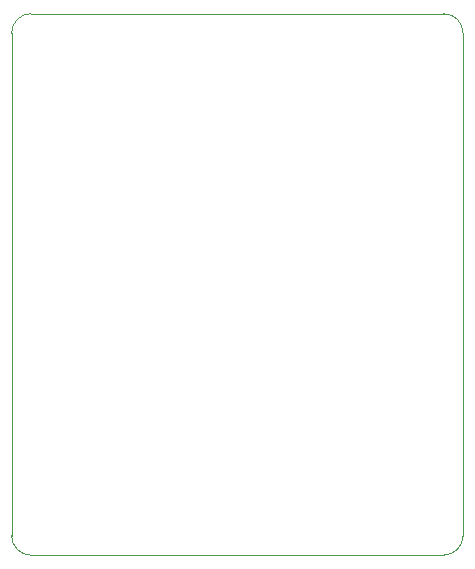
<source format=gbr>
G04 #@! TF.GenerationSoftware,KiCad,Pcbnew,(5.1.10-1-10_14)*
G04 #@! TF.CreationDate,2021-12-12T21:17:35+11:00*
G04 #@! TF.ProjectId,STM32L1_Breakout,53544d33-324c-4315-9f42-7265616b6f75,rev?*
G04 #@! TF.SameCoordinates,Original*
G04 #@! TF.FileFunction,Profile,NP*
%FSLAX46Y46*%
G04 Gerber Fmt 4.6, Leading zero omitted, Abs format (unit mm)*
G04 Created by KiCad (PCBNEW (5.1.10-1-10_14)) date 2021-12-12 21:17:35*
%MOMM*%
%LPD*%
G01*
G04 APERTURE LIST*
G04 #@! TA.AperFunction,Profile*
%ADD10C,0.050000*%
G04 #@! TD*
G04 APERTURE END LIST*
D10*
X108839000Y-44450000D02*
G75*
G02*
X110490000Y-46101000I0J-1651000D01*
G01*
X110490000Y-88646000D02*
G75*
G02*
X108839000Y-90297000I-1651000J0D01*
G01*
X73914000Y-90297000D02*
G75*
G02*
X72263000Y-88646000I0J1651000D01*
G01*
X72263000Y-46101000D02*
G75*
G02*
X73914000Y-44450000I1651000J0D01*
G01*
X108839000Y-44450000D02*
X73914000Y-44450000D01*
X72263000Y-88646000D02*
X72263000Y-46101000D01*
X108839000Y-90297000D02*
X73914000Y-90297000D01*
X110490000Y-46101000D02*
X110490000Y-88646000D01*
M02*

</source>
